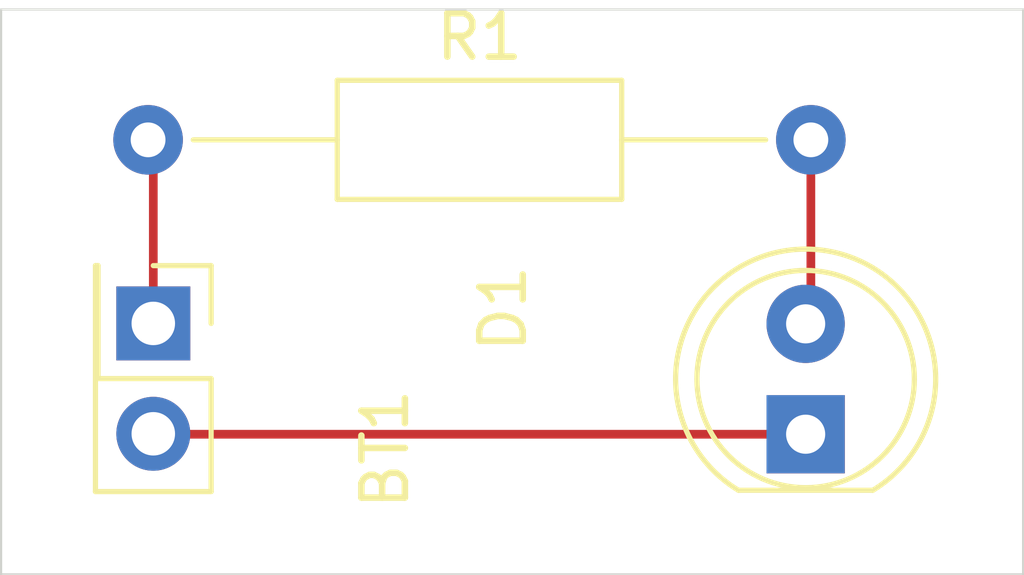
<source format=kicad_pcb>
(kicad_pcb (version 20241229) (generator "pcbnew") (generator_version "9.0")
  (layers (0 "F.Cu" signal) (2 "B.Cu" signal) (13 "F.Paste" user) (15 "B.Paste" user) (5 "F.SilkS" user "F.Silkscreen") (7 "B.SilkS" user "B.Silkscreen") (1 "F.Mask" user) (3 "B.Mask" user) (25 "Edge.Cuts" user))
  (net 0 "")
  (net 1 "Net-(BT1-+)")
  (net 2 "Net-(BT1--)")
  (net 3 "Net-(D1-A)")
  (footprint "LED_THT:LED_D5.0mm" (layer "F.Cu") (at 149 106.775 90)
    (property "Reference" "D1" (at 2.89 -6.96 90) (layer "F.SilkS"))
    (property "Value" "LED")
    (fp_line (start -1.29 -1.545) (end -1.29 1.545) (stroke (width 0.12)) (layer "F.SilkS"))
    (fp_arc (start -1.29 -1.54483) (mid 2.071756 -2.880501) (end 4.26 -0.000048) (stroke (width 0.12)) (layer "F.SilkS"))
    (fp_arc (start 4.26 0.000048) (mid 2.071756 2.880501) (end -1.29 1.54483) (stroke (width 0.12)) (layer "F.SilkS"))
    (fp_circle (center 1.27 0) (end 3.77 0) (stroke (width 0.12)) (fill no) (layer "F.SilkS"))
    (pad "1" thru_hole rect (at 0 0 90) (size 1.8 1.8) (drill 0.9) (layers "*.Cu" "*.Mask") (net 2 "Net-(BT1--)"))
    (pad "2" thru_hole circle (at 2.54 0 90) (size 1.8 1.8) (drill 0.9) (layers "*.Cu" "*.Mask") (net 3 "Net-(D1-A)"))
  )
  (footprint "Resistor_THT:R_Axial_DIN0207_L6.3mm_D2.5mm_P15.24mm_Horizontal" (layer "F.Cu") (at 133.88 100)
    (property "Reference" "R1" (at 7.62 -2.37 0) (layer "F.SilkS"))
    (property "Value" "R")
    (fp_line (start 1.04 0) (end 4.35 0) (stroke (width 0.12)) (layer "F.SilkS"))
    (fp_line (start 4.35 -1.37) (end 4.35 1.37) (stroke (width 0.12)) (layer "F.SilkS"))
    (fp_line (start 4.35 1.37) (end 10.89 1.37) (stroke (width 0.12)) (layer "F.SilkS"))
    (fp_line (start 10.89 -1.37) (end 4.35 -1.37) (stroke (width 0.12)) (layer "F.SilkS"))
    (fp_line (start 10.89 1.37) (end 10.89 -1.37) (stroke (width 0.12)) (layer "F.SilkS"))
    (fp_line (start 14.2 0) (end 10.89 0) (stroke (width 0.12)) (layer "F.SilkS"))
    (pad "1" thru_hole circle (at 0 0) (size 1.6 1.6) (drill 0.8) (layers "*.Cu" "*.Mask") (net 1 "Net-(BT1-+)"))
    (pad "2" thru_hole oval (at 15.24 0) (size 1.6 1.6) (drill 0.8) (layers "*.Cu" "*.Mask") (net 3 "Net-(D1-A)"))
  )
  (footprint "Connector_PinHeader_2.54mm:PinHeader_2x01_P2.54mm_Vertical" (layer "F.Cu") (at 134 104.225 -90)
    (property "Reference" "BT1" (at 2.89 -5.33 90) (layer "F.SilkS"))
    (property "Value" "Battery")
    (fp_line (start -1.33 1.33) (end 3.87 1.33) (stroke (width 0.12)) (layer "F.SilkS"))
    (fp_line (start -1.33 1.27) (end -1.33 1.33) (stroke (width 0.12)) (layer "F.SilkS"))
    (fp_line (start -1.33 1.27) (end 1.27 1.27) (stroke (width 0.12)) (layer "F.SilkS"))
    (fp_line (start 1.27 1.27) (end 1.27 -1.33) (stroke (width 0.12)) (layer "F.SilkS"))
    (fp_line (start -1.33 0) (end -1.33 -1.33) (stroke (width 0.12)) (layer "F.SilkS"))
    (fp_line (start -1.33 -1.33) (end 0 -1.33) (stroke (width 0.12)) (layer "F.SilkS"))
    (fp_line (start 1.27 -1.33) (end 3.87 -1.33) (stroke (width 0.12)) (layer "F.SilkS"))
    (fp_line (start 3.87 -1.33) (end 3.87 1.33) (stroke (width 0.12)) (layer "F.SilkS"))
    (pad "1" thru_hole rect (at 0 0 270) (size 1.7 1.7) (drill 1) (layers "*.Cu" "*.Mask") (net 1 "Net-(BT1-+)"))
    (pad "2" thru_hole oval (at 2.54 0 270) (size 1.7 1.7) (drill 1) (layers "*.Cu" "*.Mask") (net 2 "Net-(BT1--)"))
  )
  (gr_line (start 154 110) (end 130.5 110) (stroke (width 0.05)) (layer "Edge.Cuts"))
  (gr_line (start 130.5 110) (end 130.5 97) (stroke (width 0.05)) (layer "Edge.Cuts"))
  (gr_line (start 154 97) (end 154 110) (stroke (width 0.05)) (layer "Edge.Cuts"))
  (gr_line (start 130.5 97) (end 154 97) (stroke (width 0.05)) (layer "Edge.Cuts"))
  (segment (start 134 100.12) (end 133.88 100) (width 0.2) (layer "F.Cu") (net 1))
  (segment (start 134 104.225) (end 134 100.12) (width 0.2) (layer "F.Cu") (net 1))
  (segment (start 134.01 106.775) (end 134 106.765) (width 0.2) (layer "F.Cu") (net 2))
  (segment (start 149 106.775) (end 134.01 106.775) (width 0.2) (layer "F.Cu") (net 2))
  (segment (start 149.12 104.115) (end 149 104.235) (width 0.2) (layer "F.Cu") (net 3))
  (segment (start 149.12 100) (end 149.12 104.115) (width 0.2) (layer "F.Cu") (net 3))
)
</source>
